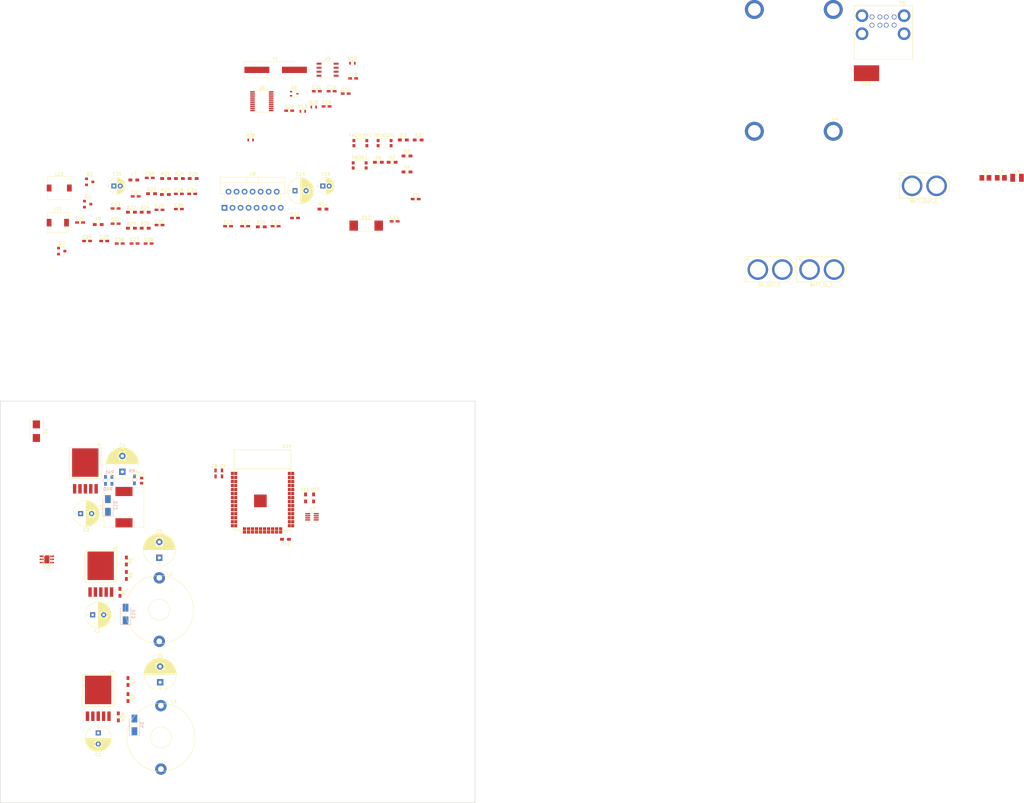
<source format=kicad_pcb>
(kicad_pcb (version 20171130) (host pcbnew 5.0.0-rc2-unknown-7db8812~65~ubuntu18.04.1)
  (layers (0 F.Cu signal) (31 B.Cu signal) (34 B.Paste user) (35 F.Paste user) (36 B.SilkS user) (37 F.SilkS user) (38 B.Mask user) (39 F.Mask user) (44 Edge.Cuts user))
  (net 0 "")
  (net 1 "Net-(D4-Pad1)")
  (net 2 "Net-(D2-Pad1)")
  (net 3 "Net-(D3-Pad1)")
  (net 4 AGND)
  (net 5 "Net-(C12-Pad1)")
  (net 6 "Net-(C13-Pad1)")
  (net 7 "Net-(C15-Pad2)")
  (net 8 "Net-(C16-Pad1)")
  (net 9 "Net-(D5-Pad1)")
  (net 10 "Net-(U8-Pad5)")
  (net 11 "Net-(U8-Pad10)")
  (net 12 "Net-(U8-Pad11)")
  (net 13 /power/5V)
  (net 14 /power/BATTERY)
  (net 15 /environment/3v3)
  (net 16 "Net-(C10-Pad1)")
  (net 17 "/audio amplifier/L_AUDIO_IN")
  (net 18 "/audio amplifier/R_AUDIO_IN")
  (net 19 "Net-(C18-Pad2)")
  (net 20 /canbus/5V)
  (net 21 "Net-(C21-Pad1)")
  (net 22 "Net-(C22-Pad1)")
  (net 23 "Net-(C25-Pad1)")
  (net 24 "Net-(C26-Pad1)")
  (net 25 "/FM Radio/Antenna")
  (net 26 "/FM Radio/3v3")
  (net 27 "Net-(C28-Pad1)")
  (net 28 "Net-(C28-Pad2)")
  (net 29 "Net-(C29-Pad1)")
  (net 30 "Net-(C30-Pad2)")
  (net 31 "Net-(C31-Pad1)")
  (net 32 "Net-(C33-Pad2)")
  (net 33 "Net-(C33-Pad1)")
  (net 34 "Net-(C34-Pad1)")
  (net 35 "Net-(C34-Pad2)")
  (net 36 "Net-(C36-Pad2)")
  (net 37 "/FM Radio/ROUT")
  (net 38 "Net-(C37-Pad2)")
  (net 39 "/FM Radio/LOUT")
  (net 40 /canbus/CAN_H)
  (net 41 /canbus/CAN_L)
  (net 42 "Net-(D12-Pad1)")
  (net 43 "Net-(D13-Pad1)")
  (net 44 "Net-(D14-Pad1)")
  (net 45 /switches/FACTORY)
  (net 46 "Net-(D7-Pad1)")
  (net 47 "Net-(L11-Pad1)")
  (net 48 /switches/PROG)
  (net 49 "Net-(Q1-Pad1)")
  (net 50 "Net-(Q2-Pad2)")
  (net 51 /switches/EN)
  (net 52 /power/8v_feedback)
  (net 53 /environment/BATTERY)
  (net 54 /environment/V_MAIN)
  (net 55 "/audio amplifier/MUTE_AUDIO_AMP")
  (net 56 "/audio amplifier/STBY_AUDIO_AMP")
  (net 57 "Net-(R18-Pad1)")
  (net 58 "/FM Radio/am_passive_ant_en")
  (net 59 "Net-(R22-Pad2)")
  (net 60 "Net-(R24-Pad2)")
  (net 61 "Net-(R27-Pad1)")
  (net 62 "/FM Radio/FM_RADIO_RST")
  (net 63 "/FM Radio/SCL")
  (net 64 "Net-(R28-Pad1)")
  (net 65 "Net-(R29-Pad1)")
  (net 66 "/FM Radio/SDA")
  (net 67 /mainboard-interface/SOFT_POWER)
  (net 68 /power/3v3_feedback)
  (net 69 /canbus/CAN_RESET)
  (net 70 /canbus/CAN_CS)
  (net 71 /canbus/MISO)
  (net 72 /canbus/MOSI)
  (net 73 "Net-(U6-Pad15)")
  (net 74 /canbus/SPI_SCK)
  (net 75 /canbus/CAN_INT)
  (net 76 "Net-(U6-Pad12)")
  (net 77 "Net-(U6-Pad11)")
  (net 78 "Net-(U6-Pad7)")
  (net 79 "Net-(U6-Pad6)")
  (net 80 "Net-(U6-Pad5)")
  (net 81 "Net-(U6-Pad4)")
  (net 82 "Net-(U6-Pad3)")
  (net 83 "Net-(R16-Pad1)")
  (net 84 "Net-(R17-Pad2)")
  (net 85 "/audio amplifier/L_AUDIO_OUT+")
  (net 86 "/audio amplifier/L_AUDIO_OUT-")
  (net 87 "/audio amplifier/R_AUDIO_OUT-")
  (net 88 "/audio amplifier/R_AUDIO_OUT+")
  (net 89 "Net-(U9-Pad5)")
  (net 90 /switches/V_USB)
  (net 91 /switches/RXD)
  (net 92 /switches/TXD)
  (net 93 "Net-(U14-Pad36)")
  (net 94 "Net-(U14-Pad23)")
  (net 95 "Net-(U14-Pad19)")
  (net 96 "Net-(U14-Pad20)")
  (net 97 "Net-(U14-Pad22)")
  (net 98 "Net-(U14-Pad21)")
  (net 99 "Net-(U14-Pad17)")
  (net 100 "Net-(U14-Pad18)")
  (net 101 "Net-(U14-Pad16)")
  (net 102 "Net-(U14-Pad37)")
  (net 103 "Net-(U14-Pad10)")
  (net 104 "Net-(U14-Pad11)")
  (net 105 "Net-(U14-Pad12)")
  (net 106 "Net-(U14-Pad14)")
  (net 107 "Net-(U14-Pad6)")
  (net 108 "Net-(U14-Pad7)")
  (net 109 "Net-(U14-Pad9)")
  (net 110 "Net-(U14-Pad8)")
  (net 111 "Net-(U14-Pad4)")
  (net 112 "Net-(U14-Pad5)")
  (net 113 /power/12v_feedback)
  (net 114 "/audio amplifier/AUDIO_POWER")
  (net 115 /microcontroller/EN_ESP)
  (net 116 /SDA)
  (net 117 /SCL)
  (net 118 /BATTERY)
  (net 119 /V_MAIN)
  (net 120 /3v3)
  (net 121 /MAIN_POWER)
  (net 122 /AUDIO_POWER)
  (net 123 /switches/3v3)
  (net 124 /EN_MAIN)
  (net 125 "Net-(R12-Pad2)")
  (net 126 /mainboard-interface/3v3)
  (net 127 /EN_AUDIO)
  (net 128 /RXD)
  (net 129 /TXD)
  (net 130 /PROG)
  (net 131 /SOFT_POWER)
  (net 132 /STBY_AUDIO_AMP)
  (net 133 /MUTE_AUDIO_AMP)
  (net 134 /FACTORY)
  (module Capacitors_THT:CP_Radial_D8.0mm_P3.50mm (layer F.Cu) (at 101.854 137.922 270)
    (fp_text reference C1 (at 6.858 0) (layer F.SilkS))
    (fp_text value 180uF)
    (pad 1 thru_hole rect (at 0 0 270) (size 1.6 1.6) (drill 0.8) (layers *.Cu *.Mask) (net 118 /BATTERY))
    (pad 2 thru_hole circle (at 3.5 0 270) (size 1.6 1.6) (drill 0.8) (layers *.Cu *.Mask) (net 4 AGND))
  )
  (module Capacitors_THT:CP_Radial_D8.0mm_P3.50mm (layer F.Cu) (at 100.076 100.584)
    (fp_text reference C2 (at 1.524 5.08) (layer F.SilkS))
    (fp_text value 180uF)
    (pad 2 thru_hole circle (at 3.5 0) (size 1.6 1.6) (drill 0.8) (layers *.Cu *.Mask) (net 4 AGND))
    (pad 1 thru_hole rect (at 0 0) (size 1.6 1.6) (drill 0.8) (layers *.Cu *.Mask) (net 119 /V_MAIN))
  )
  (module Capacitors_THT:CP_Radial_D8.0mm_P3.50mm (layer F.Cu) (at 96.266 68.58)
    (fp_text reference C3 (at 1.75 5.08) (layer F.SilkS))
    (fp_text value 180uF)
    (pad 2 thru_hole circle (at 3.5 0) (size 1.6 1.6) (drill 0.8) (layers *.Cu *.Mask) (net 4 AGND))
    (pad 1 thru_hole rect (at 0 0) (size 1.6 1.6) (drill 0.8) (layers *.Cu *.Mask) (net 118 /BATTERY))
  )
  (module Capacitors_THT:CP_Radial_D10.0mm_P5.00mm (layer F.Cu) (at 109.474 55.372 90)
    (fp_text reference C4 (at 8.382 0 180) (layer F.SilkS))
    (fp_text value 1000uF)
    (pad 2 thru_hole circle (at 5 0 90) (size 2 2) (drill 1) (layers *.Cu *.Mask) (net 4 AGND))
    (pad 1 thru_hole rect (at 0 0 90) (size 2 2) (drill 1) (layers *.Cu *.Mask) (net 120 /3v3))
  )
  (module Capacitors_THT:CP_Radial_D10.0mm_P5.00mm (layer F.Cu) (at 121.158 82.55 90)
    (fp_text reference C5 (at 8.382 0 180) (layer F.SilkS))
    (fp_text value 1000uF)
    (pad 2 thru_hole circle (at 5 0 90) (size 2 2) (drill 1) (layers *.Cu *.Mask) (net 4 AGND))
    (pad 1 thru_hole rect (at 0 0 90) (size 2 2) (drill 1) (layers *.Cu *.Mask) (net 121 /MAIN_POWER))
  )
  (module Capacitors_THT:CP_Radial_D10.0mm_P5.00mm (layer F.Cu) (at 121.412 121.92 90)
    (fp_text reference C6 (at 8.382 0 180) (layer F.SilkS))
    (fp_text value 1000uF)
    (pad 1 thru_hole rect (at 0 0 90) (size 2 2) (drill 1) (layers *.Cu *.Mask) (net 122 /AUDIO_POWER))
    (pad 2 thru_hole circle (at 5 0 90) (size 2 2) (drill 1) (layers *.Cu *.Mask) (net 4 AGND))
  )
  (module Capacitors_SMD:C_0603_HandSoldering (layer F.Cu) (at 140.97 55.88 90)
    (fp_text reference C7 (at 2.286 0.254 180) (layer F.SilkS))
    (fp_text value C_10uF)
    (pad 2 smd rect (at 0.95 0 90) (size 1.2 0.75) (layers F.Cu F.Paste F.Mask) (net 4 AGND))
    (pad 1 smd rect (at -0.95 0 90) (size 1.2 0.75) (layers F.Cu F.Paste F.Mask) (net 120 /3v3))
  )
  (module Capacitors_SMD:C_0603_HandSoldering (layer F.Cu) (at 138.938 55.88 90)
    (fp_text reference C8 (at 2.413 -0.381 180) (layer F.SilkS))
    (fp_text value C_1uF)
    (pad 1 smd rect (at -0.95 0 90) (size 1.2 0.75) (layers F.Cu F.Paste F.Mask) (net 120 /3v3))
    (pad 2 smd rect (at 0.95 0 90) (size 1.2 0.75) (layers F.Cu F.Paste F.Mask) (net 4 AGND))
  )
  (module Capacitors_SMD:C_0603_HandSoldering (layer F.Cu) (at 202.207381 -30.8525)
    (fp_text reference C9 (at 0 -1.25) (layer F.SilkS))
    (fp_text value C_0.1uF)
    (pad 1 smd rect (at -0.95 0) (size 1.2 0.75) (layers F.Cu F.Paste F.Mask) (net 15 /environment/3v3))
    (pad 2 smd rect (at 0.95 0) (size 1.2 0.75) (layers F.Cu F.Paste F.Mask) (net 4 AGND))
  )
  (module Capacitors_SMD:C_0603_HandSoldering (layer F.Cu) (at 175.628333 -64.9425)
    (fp_text reference C10 (at 0 -1.25) (layer F.SilkS))
    (fp_text value 22pF)
    (pad 2 smd rect (at 0.95 0) (size 1.2 0.75) (layers F.Cu F.Paste F.Mask) (net 4 AGND))
    (pad 1 smd rect (at -0.95 0) (size 1.2 0.75) (layers F.Cu F.Paste F.Mask) (net 16 "Net-(C10-Pad1)"))
  )
  (module Capacitors_SMD:C_0603_HandSoldering (layer F.Cu) (at 195.557381 -23.8025)
    (fp_text reference C11 (at 0 -1.25) (layer F.SilkS))
    (fp_text value C_0.1uF)
    (pad 2 smd rect (at 0.95 0) (size 1.2 0.75) (layers F.Cu F.Paste F.Mask) (net 15 /environment/3v3))
    (pad 1 smd rect (at -0.95 0) (size 1.2 0.75) (layers F.Cu F.Paste F.Mask) (net 4 AGND))
  )
  (module Capacitors_SMD:C_0603_HandSoldering (layer F.Cu) (at 164.052619 -24.8725)
    (fp_text reference C12 (at 0 -1.25) (layer F.SilkS))
    (fp_text value 0.22uF)
    (pad 1 smd rect (at -0.95 0) (size 1.2 0.75) (layers F.Cu F.Paste F.Mask) (net 5 "Net-(C12-Pad1)"))
    (pad 2 smd rect (at 0.95 0) (size 1.2 0.75) (layers F.Cu F.Paste F.Mask) (net 17 "/audio amplifier/L_AUDIO_IN"))
  )
  (module Capacitors_SMD:C_0603_HandSoldering (layer F.Cu) (at 142.892619 -22.2725)
    (fp_text reference C13 (at 0 -1.25) (layer F.SilkS))
    (fp_text value 0.22uF)
    (pad 2 smd rect (at 0.95 0) (size 1.2 0.75) (layers F.Cu F.Paste F.Mask) (net 18 "/audio amplifier/R_AUDIO_IN"))
    (pad 1 smd rect (at -0.95 0) (size 1.2 0.75) (layers F.Cu F.Paste F.Mask) (net 6 "Net-(C13-Pad1)"))
  )
  (module Capacitors_THT:CP_Radial_D8.0mm_P3.50mm (layer F.Cu) (at 164.055001 -33.4825)
    (fp_text reference C14 (at 1.75 -5.31) (layer F.SilkS))
    (fp_text value 470uF)
    (pad 1 thru_hole rect (at 0 0) (size 1.6 1.6) (drill 0.8) (layers *.Cu *.Mask) (net 114 "/audio amplifier/AUDIO_POWER"))
    (pad 2 thru_hole circle (at 3.5 0) (size 1.6 1.6) (drill 0.8) (layers *.Cu *.Mask) (net 4 AGND))
  )
  (module Capacitors_SMD:C_0603_HandSoldering (layer F.Cu) (at 157.915001 -22.2725)
    (fp_text reference C15 (at 0 -1.25) (layer F.SilkS))
    (fp_text value 1uF)
    (pad 1 smd rect (at -0.95 0) (size 1.2 0.75) (layers F.Cu F.Paste F.Mask) (net 4 AGND))
    (pad 2 smd rect (at 0.95 0) (size 1.2 0.75) (layers F.Cu F.Paste F.Mask) (net 7 "Net-(C15-Pad2)"))
  )
  (module Capacitors_THT:CP_Radial_D5.0mm_P2.00mm (layer F.Cu) (at 172.840001 -34.9825)
    (fp_text reference C16 (at 1 -3.81) (layer F.SilkS))
    (fp_text value 10uF)
    (pad 2 thru_hole circle (at 2 0) (size 1.6 1.6) (drill 0.8) (layers *.Cu *.Mask) (net 4 AGND))
    (pad 1 thru_hole rect (at 0 0) (size 1.6 1.6) (drill 0.8) (layers *.Cu *.Mask) (net 8 "Net-(C16-Pad1)"))
  )
  (module Capacitors_SMD:C_0603_HandSoldering (layer F.Cu) (at 148.294524 -22.2725)
    (fp_text reference C17 (at 0 -1.25) (layer F.SilkS))
    (fp_text value 100nF)
    (pad 2 smd rect (at 0.95 0) (size 1.2 0.75) (layers F.Cu F.Paste F.Mask) (net 4 AGND))
    (pad 1 smd rect (at -0.95 0) (size 1.2 0.75) (layers F.Cu F.Paste F.Mask) (net 114 "/audio amplifier/AUDIO_POWER"))
  )
  (module Capacitors_SMD:C_0603_HandSoldering (layer F.Cu) (at 182.438333 -68.9925)
    (fp_text reference C18 (at 0 -1.25) (layer F.SilkS))
    (fp_text value 22pF)
    (pad 2 smd rect (at 0.95 0) (size 1.2 0.75) (layers F.Cu F.Paste F.Mask) (net 19 "Net-(C18-Pad2)"))
    (pad 1 smd rect (at -0.95 0) (size 1.2 0.75) (layers F.Cu F.Paste F.Mask) (net 4 AGND))
  )
  (module Capacitors_SMD:C_0603_HandSoldering (layer F.Cu) (at 174.036428 -60.1425)
    (fp_text reference C19 (at 0 -1.25) (layer F.SilkS))
    (fp_text value 0.1uF)
    (pad 2 smd rect (at 0.95 0) (size 1.2 0.75) (layers F.Cu F.Paste F.Mask) (net 4 AGND))
    (pad 1 smd rect (at -0.95 0) (size 1.2 0.75) (layers F.Cu F.Paste F.Mask) (net 20 /canbus/5V))
  )
  (module Capacitors_SMD:C_0603_HandSoldering (layer F.Cu) (at 180.076428 -64.1925)
    (fp_text reference C20 (at 0 -1.25) (layer F.SilkS))
    (fp_text value 0.1uF)
    (pad 2 smd rect (at 0.95 0) (size 1.2 0.75) (layers F.Cu F.Paste F.Mask) (net 4 AGND))
    (pad 1 smd rect (at -0.95 0) (size 1.2 0.75) (layers F.Cu F.Paste F.Mask) (net 20 /canbus/5V))
  )
  (module Capacitors_SMD:C_0603_HandSoldering (layer F.Cu) (at 170.944524 -64.9425)
    (fp_text reference C21 (at 0 -1.25) (layer F.SilkS))
    (fp_text value 560pF)
    (pad 1 smd rect (at -0.95 0) (size 1.2 0.75) (layers F.Cu F.Paste F.Mask) (net 21 "Net-(C21-Pad1)"))
    (pad 2 smd rect (at 0.95 0) (size 1.2 0.75) (layers F.Cu F.Paste F.Mask) (net 4 AGND))
  )
  (module Capacitors_SMD:C_0603_HandSoldering (layer F.Cu) (at 162.214524 -58.7925)
    (fp_text reference C22 (at 0 -1.25) (layer F.SilkS))
    (fp_text value 560pF)
    (pad 2 smd rect (at 0.95 0) (size 1.2 0.75) (layers F.Cu F.Paste F.Mask) (net 4 AGND))
    (pad 1 smd rect (at -0.95 0) (size 1.2 0.75) (layers F.Cu F.Paste F.Mask) (net 22 "Net-(C22-Pad1)"))
  )
  (module Capacitors_SMD:C_0603_HandSoldering (layer F.Cu) (at 121.216428 -27.4425)
    (fp_text reference C25 (at 0 -1.25) (layer F.SilkS))
    (fp_text value 3.9pF)
    (pad 1 smd rect (at -0.95 0) (size 1.2 0.75) (layers F.Cu F.Paste F.Mask) (net 23 "Net-(C25-Pad1)"))
    (pad 2 smd rect (at 0.95 0) (size 1.2 0.75) (layers F.Cu F.Paste F.Mask) (net 4 AGND))
  )
  (module Capacitors_SMD:C_0603_HandSoldering (layer F.Cu) (at 127.338333 -32.4925)
    (fp_text reference C26 (at 0 -1.25) (layer F.SilkS))
    (fp_text value 18pF)
    (pad 1 smd rect (at -0.95 0) (size 1.2 0.75) (layers F.Cu F.Paste F.Mask) (net 24 "Net-(C26-Pad1)"))
    (pad 2 smd rect (at 0.95 0) (size 1.2 0.75) (layers F.Cu F.Paste F.Mask) (net 25 "/FM Radio/Antenna"))
  )
  (module Capacitors_SMD:C_0603_HandSoldering (layer F.Cu) (at 113.326428 -16.7925)
    (fp_text reference C27 (at 0 -1.25) (layer F.SilkS))
    (fp_text value 0.1uF)
    (pad 1 smd rect (at -0.95 0) (size 1.2 0.75) (layers F.Cu F.Paste F.Mask) (net 4 AGND))
    (pad 2 smd rect (at 0.95 0) (size 1.2 0.75) (layers F.Cu F.Paste F.Mask) (net 26 "/FM Radio/3v3"))
  )
  (module Capacitors_SMD:C_0603_HandSoldering (layer F.Cu) (at 103.714524 -17.5925)
    (fp_text reference C28 (at 0 -1.25) (layer F.SilkS))
    (fp_text value 270pF)
    (pad 1 smd rect (at -0.95 0) (size 1.2 0.75) (layers F.Cu F.Paste F.Mask) (net 27 "Net-(C28-Pad1)"))
    (pad 2 smd rect (at 0.95 0) (size 1.2 0.75) (layers F.Cu F.Paste F.Mask) (net 28 "Net-(C28-Pad2)"))
  )
  (module Capacitors_SMD:C_0603_HandSoldering (layer F.Cu) (at 96.100714 -23.4425)
    (fp_text reference C29 (at 0 -1.25) (layer F.SilkS))
    (fp_text value 1200pF)
    (pad 2 smd rect (at 0.95 0) (size 1.2 0.75) (layers F.Cu F.Paste F.Mask) (net 27 "Net-(C28-Pad1)"))
    (pad 1 smd rect (at -0.95 0) (size 1.2 0.75) (layers F.Cu F.Paste F.Mask) (net 29 "Net-(C29-Pad1)"))
  )
  (module Capacitors_SMD:C_0603_HandSoldering (layer F.Cu) (at 118.142619 -37.5425)
    (fp_text reference C30 (at 0 -1.25) (layer F.SilkS))
    (fp_text value 0.47uF)
    (pad 2 smd rect (at 0.95 0) (size 1.2 0.75) (layers F.Cu F.Paste F.Mask) (net 30 "Net-(C30-Pad2)"))
    (pad 1 smd rect (at -0.95 0) (size 1.2 0.75) (layers F.Cu F.Paste F.Mask) (net 4 AGND))
  )
  (module Capacitors_THT:CP_Radial_D5.0mm_P2.00mm (layer F.Cu) (at 106.800001 -34.9825)
    (fp_text reference C31 (at 1 -3.81) (layer F.SilkS))
    (fp_text value 100uF)
    (pad 1 thru_hole rect (at 0 0) (size 1.6 1.6) (drill 0.8) (layers *.Cu *.Mask) (net 31 "Net-(C31-Pad1)"))
    (pad 2 thru_hole circle (at 2 0) (size 1.6 1.6) (drill 0.8) (layers *.Cu *.Mask) (net 4 AGND))
  )
  (module Capacitors_SMD:C_0603_HandSoldering (layer F.Cu) (at 113.692619 -31.6925)
    (fp_text reference C32 (at 0 -1.25) (layer F.SilkS))
    (fp_text value 0.47uF)
    (pad 1 smd rect (at -0.95 0) (size 1.2 0.75) (layers F.Cu F.Paste F.Mask) (net 31 "Net-(C31-Pad1)"))
    (pad 2 smd rect (at 0.95 0) (size 1.2 0.75) (layers F.Cu F.Paste F.Mask) (net 4 AGND))
  )
  (module Capacitors_SMD:C_0603_HandSoldering (layer F.Cu) (at 107.332619 -27.8725)
    (fp_text reference C33 (at 0 -1.25) (layer F.SilkS))
    (fp_text value 0.47uF)
    (pad 2 smd rect (at 0.95 0) (size 1.2 0.75) (layers F.Cu F.Paste F.Mask) (net 32 "Net-(C33-Pad2)"))
    (pad 1 smd rect (at -0.95 0) (size 1.2 0.75) (layers F.Cu F.Paste F.Mask) (net 33 "Net-(C33-Pad1)"))
  )
  (module Capacitors_SMD:C_0603_HandSoldering (layer F.Cu) (at 131.548333 -32.4925)
    (fp_text reference C34 (at 0 -1.25) (layer F.SilkS))
    (fp_text value 18nF)
    (pad 1 smd rect (at -0.95 0) (size 1.2 0.75) (layers F.Cu F.Paste F.Mask) (net 34 "Net-(C34-Pad1)"))
    (pad 2 smd rect (at 0.95 0) (size 1.2 0.75) (layers F.Cu F.Paste F.Mask) (net 35 "Net-(C34-Pad2)"))
  )
  (module Capacitors_SMD:C_0603_HandSoldering (layer F.Cu) (at 127.338333 -27.6925)
    (fp_text reference C35 (at 0 -1.25) (layer F.SilkS))
    (fp_text value 22nF)
    (pad 1 smd rect (at -0.95 0) (size 1.2 0.75) (layers F.Cu F.Paste F.Mask) (net 4 AGND))
    (pad 2 smd rect (at 0.95 0) (size 1.2 0.75) (layers F.Cu F.Paste F.Mask) (net 26 "/FM Radio/3v3"))
  )
  (module Capacitors_SMD:C_0603_HandSoldering (layer F.Cu) (at 98.312619 -17.5925)
    (fp_text reference C36 (at 0 -1.25) (layer F.SilkS))
    (fp_text value 0.39uF)
    (pad 2 smd rect (at 0.95 0) (size 1.2 0.75) (layers F.Cu F.Paste F.Mask) (net 36 "Net-(C36-Pad2)"))
    (pad 1 smd rect (at -0.95 0) (size 1.2 0.75) (layers F.Cu F.Paste F.Mask) (net 37 "/FM Radio/ROUT"))
  )
  (module Capacitors_SMD:C_0603_HandSoldering (layer F.Cu) (at 107.332619 -23.0725)
    (fp_text reference C37 (at 0 -1.25) (layer F.SilkS))
    (fp_text value 0.39uF)
    (pad 2 smd rect (at 0.95 0) (size 1.2 0.75) (layers F.Cu F.Paste F.Mask) (net 38 "Net-(C37-Pad2)"))
    (pad 1 smd rect (at -0.95 0) (size 1.2 0.75) (layers F.Cu F.Paste F.Mask) (net 39 "/FM Radio/LOUT"))
  )
  (module Capacitors_SMD:C_0603_HandSoldering (layer F.Cu) (at 108.636428 -16.7925)
    (fp_text reference C38 (at 0 -1.25) (layer F.SilkS))
    (fp_text value 0.1uF)
    (pad 1 smd rect (at -0.95 0) (size 1.2 0.75) (layers F.Cu F.Paste F.Mask) (net 4 AGND))
    (pad 2 smd rect (at 0.95 0) (size 1.2 0.75) (layers F.Cu F.Paste F.Mask) (net 26 "/FM Radio/3v3"))
  )
  (module Capacitors_SMD:C_0603_HandSoldering (layer F.Cu) (at 117.778333 -16.7925)
    (fp_text reference C39 (at 0 -1.25) (layer F.SilkS))
    (fp_text value 22nF)
    (pad 1 smd rect (at -0.95 0) (size 1.2 0.75) (layers F.Cu F.Paste F.Mask) (net 4 AGND))
    (pad 2 smd rect (at 0.95 0) (size 1.2 0.75) (layers F.Cu F.Paste F.Mask) (net 26 "/FM Radio/3v3"))
  )
  (module Capacitors_SMD:C_0603_HandSoldering (layer F.Cu) (at 121.216428 -22.6425)
    (fp_text reference C40 (at 0 -1.25) (layer F.SilkS))
    (fp_text value 0.1uF)
    (pad 2 smd rect (at 0.95 0) (size 1.2 0.75) (layers F.Cu F.Paste F.Mask) (net 26 "/FM Radio/3v3"))
    (pad 1 smd rect (at -0.95 0) (size 1.2 0.75) (layers F.Cu F.Paste F.Mask) (net 4 AGND))
  )
  (module Diodes_SMD:D_SMB (layer F.Cu) (at 82.296 42.536 270)
    (fp_text reference D1 (at 0 -3 270) (layer F.SilkS))
    (fp_text value "26V Zener")
    (pad 2 smd rect (at 2.15 0 270) (size 2.5 2.3) (layers F.Cu F.Paste F.Mask) (net 4 AGND))
    (pad 1 smd rect (at -2.15 0 270) (size 2.5 2.3) (layers F.Cu F.Paste F.Mask) (net 118 /BATTERY))
  )
  (module LEDs:LED_0603_HandSoldering (layer F.Cu) (at 194.765001 -42.4825)
    (fp_text reference D2 (at 0 -1.45) (layer F.SilkS))
    (fp_text value LED)
    (pad 1 smd rect (at -1.1 0) (size 1.2 0.9) (layers F.Cu F.Paste F.Mask) (net 2 "Net-(D2-Pad1)"))
    (pad 2 smd rect (at 1.1 0) (size 1.2 0.9) (layers F.Cu F.Paste F.Mask) (net 123 /switches/3v3))
  )
  (module LEDs:LED_0603_HandSoldering (layer F.Cu) (at 198.285001 -49.5325)
    (fp_text reference D3 (at 0 -1.45) (layer F.SilkS))
    (fp_text value LED)
    (pad 1 smd rect (at -1.1 0) (size 1.2 0.9) (layers F.Cu F.Paste F.Mask) (net 3 "Net-(D3-Pad1)"))
    (pad 2 smd rect (at 1.1 0) (size 1.2 0.9) (layers F.Cu F.Paste F.Mask) (net 123 /switches/3v3))
  )
  (module Diodes_SMD:D_SMA (layer B.Cu) (at 113.284 135.382 90)
    (fp_text reference D4 (at 0 2.5 90) (layer B.SilkS) (effects (justify mirror)))
    (fp_text value D_Schottky)
    (pad 2 smd rect (at 2 0 90) (size 2.5 1.8) (layers B.Cu B.Paste B.Mask) (net 4 AGND))
    (pad 1 smd rect (at -2 0 90) (size 2.5 1.8) (layers B.Cu B.Paste B.Mask) (net 1 "Net-(D4-Pad1)"))
  )
  (module LEDs:LED_0603_HandSoldering (layer F.Cu) (at 190.405001 -42.4825)
    (fp_text reference D5 (at 0 -1.45) (layer F.SilkS))
    (fp_text value LED)
    (pad 2 smd rect (at 1.1 0) (size 1.2 0.9) (layers F.Cu F.Paste F.Mask) (net 123 /switches/3v3))
    (pad 1 smd rect (at -1.1 0) (size 1.2 0.9) (layers F.Cu F.Paste F.Mask) (net 9 "Net-(D5-Pad1)"))
  )
  (module TO_SOT_Packages_SMD:SOT-323_SC-70 (layer F.Cu) (at 163.812143 -64.1425)
    (fp_text reference D6 (at -0.05 -1.95) (layer F.SilkS))
    (fp_text value PESD1CAN)
    (pad 3 smd rect (at 1 0 270) (size 0.45 0.7) (layers F.Cu F.Paste F.Mask) (net 4 AGND))
    (pad 2 smd rect (at -1 0.65 270) (size 0.45 0.7) (layers F.Cu F.Paste F.Mask) (net 40 /canbus/CAN_H))
    (pad 1 smd rect (at -1 -0.65 270) (size 0.45 0.7) (layers F.Cu F.Paste F.Mask) (net 41 /canbus/CAN_L))
  )
  (module Diodes_SMD:D_SMA (layer B.Cu) (at 104.902 66.008 90)
    (fp_text reference D12 (at 0 2.5 90) (layer B.SilkS) (effects (justify mirror)))
    (fp_text value D_Schottky)
    (pad 2 smd rect (at 2 0 90) (size 2.5 1.8) (layers B.Cu B.Paste B.Mask) (net 4 AGND))
    (pad 1 smd rect (at -2 0 90) (size 2.5 1.8) (layers B.Cu B.Paste B.Mask) (net 42 "Net-(D12-Pad1)"))
  )
  (module Diodes_SMD:D_SMA (layer B.Cu) (at 110.49 100.33 90)
    (fp_text reference D13 (at 0 2.5 90) (layer B.SilkS) (effects (justify mirror)))
    (fp_text value D_Schottky)
    (pad 1 smd rect (at -2 0 90) (size 2.5 1.8) (layers B.Cu B.Paste B.Mask) (net 43 "Net-(D13-Pad1)"))
    (pad 2 smd rect (at 2 0 90) (size 2.5 1.8) (layers B.Cu B.Paste B.Mask) (net 4 AGND))
  )
  (module Buttons_Switches_SMD:SW_SPST_KMR2 (layer F.Cu) (at 184.711666 -48.5325)
    (fp_text reference FACTORY1 (at 0 -2.45) (layer F.SilkS))
    (fp_text value SW_PUSH)
    (pad 2 smd rect (at 2.05 0.8) (size 0.9 1) (layers F.Cu F.Paste F.Mask) (net 4 AGND))
    (pad 1 smd rect (at 2.05 -0.8) (size 0.9 1) (layers F.Cu F.Paste F.Mask) (net 45 /switches/FACTORY))
    (pad 2 smd rect (at -2.05 0.8) (size 0.9 1) (layers F.Cu F.Paste F.Mask) (net 4 AGND))
    (pad 1 smd rect (at -2.05 -0.8) (size 0.9 1) (layers F.Cu F.Paste F.Mask) (net 45 /switches/FACTORY))
  )
  (module Inductors_SMD:L_12x12mm_h8mm (layer F.Cu) (at 109.982 66.548 90)
    (fp_text reference L1 (at 0 -7.4 90) (layer F.SilkS))
    (fp_text value 68uH)
    (pad 2 smd rect (at 4.95 0 90) (size 2.9 5.4) (layers F.Cu F.Paste F.Mask) (net 120 /3v3))
    (pad 1 smd rect (at -4.95 0 90) (size 2.9 5.4) (layers F.Cu F.Paste F.Mask) (net 42 "Net-(D12-Pad1)"))
  )
  (module Inductors_SMD:L_0603_HandSoldering (layer F.Cu) (at 113.095001 -36.8925)
    (fp_text reference L7 (at 0 -1.9) (layer F.SilkS))
    (fp_text value 33nH)
    (pad 2 smd rect (at 1.1 0) (size 1.2 0.9) (layers F.Cu F.Paste F.Mask) (net 46 "Net-(D7-Pad1)"))
    (pad 1 smd rect (at -1.1 0) (size 1.2 0.9) (layers F.Cu F.Paste F.Mask) (net 24 "Net-(C26-Pad1)"))
  )
  (module Inductors_SMD:L_0603_HandSoldering (layer F.Cu) (at 101.839762 -22.7925)
    (fp_text reference L8 (at 0 -1.9) (layer F.SilkS))
    (fp_text value 122nH)
    (pad 1 smd rect (at -1.1 0) (size 1.2 0.9) (layers F.Cu F.Paste F.Mask) (net 46 "Net-(D7-Pad1)"))
    (pad 2 smd rect (at 1.1 0) (size 1.2 0.9) (layers F.Cu F.Paste F.Mask) (net 4 AGND))
  )
  (module Inductors_SMD:L_7.3x7.3_H4.5 (layer F.Cu) (at 89.515001 -34.3425)
    (fp_text reference L10 (at 0 -4.45) (layer F.SilkS))
    (fp_text value 1mH)
    (pad 2 smd rect (at 3.2 0) (size 1.5 2.2) (layers F.Cu F.Paste F.Mask) (net 4 AGND))
    (pad 1 smd rect (at -3.2 0) (size 1.5 2.2) (layers F.Cu F.Paste F.Mask) (net 35 "Net-(C34-Pad2)"))
  )
  (module Inductors_SMD:L_6.3x6.3_H3 (layer F.Cu) (at 89.065001 -23.3925)
    (fp_text reference L11 (at 0 -4.45) (layer F.SilkS))
    (fp_text value 33uH)
    (pad 2 smd rect (at 2.75 0) (size 1.5 2.4) (layers F.Cu F.Paste F.Mask) (net 34 "Net-(C34-Pad1)"))
    (pad 1 smd rect (at -2.75 0) (size 1.5 2.4) (layers F.Cu F.Paste F.Mask) (net 47 "Net-(L11-Pad1)"))
  )
  (module Buttons_Switches_SMD:SW_SPST_KMR2 (layer F.Cu) (at 184.497381 -41.4825)
    (fp_text reference PROG1 (at 0 -2.45) (layer F.SilkS))
    (fp_text value SW_PUSH)
    (pad 2 smd rect (at 2.05 0.8) (size 0.9 1) (layers F.Cu F.Paste F.Mask) (net 4 AGND))
    (pad 1 smd rect (at 2.05 -0.8) (size 0.9 1) (layers F.Cu F.Paste F.Mask) (net 48 /switches/PROG))
    (pad 2 smd rect (at -2.05 0.8) (size 0.9 1) (layers F.Cu F.Paste F.Mask) (net 4 AGND))
    (pad 1 smd rect (at -2.05 -0.8) (size 0.9 1) (layers F.Cu F.Paste F.Mask) (net 48 /switches/PROG))
  )
  (module TO_SOT_Packages_SMD:SOT-23 (layer F.Cu) (at 98.500714 -29.2425)
    (fp_text reference Q1 (at 0 -2.5) (layer F.SilkS))
    (fp_text value Q_NPN_BEC)
    (pad 3 smd rect (at 1 0) (size 0.9 0.8) (layers F.Cu F.Paste F.Mask) (net 29 "Net-(C29-Pad1)"))
    (pad 2 smd rect (at -1 0.95) (size 0.9 0.8) (layers F.Cu F.Paste F.Mask) (net 4 AGND))
    (pad 1 smd rect (at -1 -0.95) (size 0.9 0.8) (layers F.Cu F.Paste F.Mask) (net 49 "Net-(Q1-Pad1)"))
  )
  (module TO_SOT_Packages_SMD:SOT-23 (layer F.Cu) (at 99.143571 -36.2925)
    (fp_text reference Q2 (at 0 -2.5) (layer F.SilkS))
    (fp_text value Q_NJFET_DGS)
    (pad 3 smd rect (at 1 0) (size 0.9 0.8) (layers F.Cu F.Paste F.Mask) (net 30 "Net-(C30-Pad2)"))
    (pad 2 smd rect (at -1 0.95) (size 0.9 0.8) (layers F.Cu F.Paste F.Mask) (net 50 "Net-(Q2-Pad2)"))
    (pad 1 smd rect (at -1 -0.95) (size 0.9 0.8) (layers F.Cu F.Paste F.Mask) (net 33 "Net-(C33-Pad1)"))
  )
  (module TO_SOT_Packages_SMD:SOT-23 (layer F.Cu) (at 90.293571 -14.3925)
    (fp_text reference Q3 (at 0 -2.5) (layer F.SilkS))
    (fp_text value Q_NJFET_DGS)
    (pad 1 smd rect (at -1 -0.95) (size 0.9 0.8) (layers F.Cu F.Paste F.Mask) (net 50 "Net-(Q2-Pad2)"))
    (pad 2 smd rect (at -1 0.95) (size 0.9 0.8) (layers F.Cu F.Paste F.Mask) (net 35 "Net-(C34-Pad2)"))
    (pad 3 smd rect (at 1 0) (size 0.9 0.8) (layers F.Cu F.Paste F.Mask) (net 27 "Net-(C28-Pad1)"))
  )
  (module Resistors_SMD:R_0603_HandSoldering (layer F.Cu) (at 108.712 93.472 270)
    (fp_text reference R1 (at 0 -1.45 270) (layer F.SilkS))
    (fp_text value R_10k)
    (pad 2 smd rect (at 1.1 0 270) (size 1.2 0.9) (layers F.Cu F.Paste F.Mask) (net 124 /EN_MAIN))
    (pad 1 smd rect (at -1.1 0 270) (size 1.2 0.9) (layers F.Cu F.Paste F.Mask) (net 120 /3v3))
  )
  (module Resistors_SMD:R_0603_HandSoldering (layer F.Cu) (at 202.973095 -49.5325)
    (fp_text reference R2 (at 0 -1.45) (layer F.SilkS))
    (fp_text value R_10k)
    (pad 2 smd rect (at 1.1 0) (size 1.2 0.9) (layers F.Cu F.Paste F.Mask) (net 45 /switches/FACTORY))
    (pad 1 smd rect (at -1.1 0) (size 1.2 0.9) (layers F.Cu F.Paste F.Mask) (net 2 "Net-(D2-Pad1)"))
  )
  (module Resistors_SMD:R_0603_HandSoldering (layer F.Cu) (at 199.453095 -44.4825)
    (fp_text reference R3 (at 0 -1.45) (layer F.SilkS))
    (fp_text value R_10k)
    (pad 2 smd rect (at 1.1 0) (size 1.2 0.9) (layers F.Cu F.Paste F.Mask) (net 51 /switches/EN))
    (pad 1 smd rect (at -1.1 0) (size 1.2 0.9) (layers F.Cu F.Paste F.Mask) (net 3 "Net-(D3-Pad1)"))
  )
  (module Resistors_SMD:R_0603_HandSoldering (layer F.Cu) (at 199.453095 -39.4325)
    (fp_text reference R4 (at 0 -1.45) (layer F.SilkS))
    (fp_text value R_10k)
    (pad 2 smd rect (at 1.1 0) (size 1.2 0.9) (layers F.Cu F.Paste F.Mask) (net 48 /switches/PROG))
    (pad 1 smd rect (at -1.1 0) (size 1.2 0.9) (layers F.Cu F.Paste F.Mask) (net 9 "Net-(D5-Pad1)"))
  )
  (module Resistors_SMD:R_0603_HandSoldering (layer F.Cu) (at 110.744 83.566 270)
    (fp_text reference R5 (at 0 -1.45 270) (layer F.SilkS))
    (fp_text value R_8k87)
    (pad 2 smd rect (at 1.1 0 270) (size 1.2 0.9) (layers F.Cu F.Paste F.Mask) (net 113 /power/12v_feedback))
    (pad 1 smd rect (at -1.1 0 270) (size 1.2 0.9) (layers F.Cu F.Paste F.Mask) (net 121 /MAIN_POWER))
  )
  (module Resistors_SMD:R_0603_HandSoldering (layer F.Cu) (at 110.744 88.138 270)
    (fp_text reference R6 (at 0 -1.45 270) (layer F.SilkS))
    (fp_text value R_1k)
    (pad 2 smd rect (at 1.1 0 270) (size 1.2 0.9) (layers F.Cu F.Paste F.Mask) (net 4 AGND))
    (pad 1 smd rect (at -1.1 0 270) (size 1.2 0.9) (layers F.Cu F.Paste F.Mask) (net 113 /power/12v_feedback))
  )
  (module Resistors_SMD:R_0603_HandSoldering (layer F.Cu) (at 111.252 121.666 270)
    (fp_text reference R7 (at 0 -1.45 270) (layer F.SilkS))
    (fp_text value R_7k15)
    (pad 1 smd rect (at -1.1 0 270) (size 1.2 0.9) (layers F.Cu F.Paste F.Mask) (net 122 /AUDIO_POWER))
    (pad 2 smd rect (at 1.1 0 270) (size 1.2 0.9) (layers F.Cu F.Paste F.Mask) (net 52 /power/8v_feedback))
  )
  (module Resistors_SMD:R_0603_HandSoldering (layer F.Cu) (at 111.252 126.746 270)
    (fp_text reference R8 (at 0 -1.45 270) (layer F.SilkS))
    (fp_text value R_1k3)
    (pad 1 smd rect (at -1.1 0 270) (size 1.2 0.9) (layers F.Cu F.Paste F.Mask) (net 52 /power/8v_feedback))
    (pad 2 smd rect (at 1.1 0 270) (size 1.2 0.9) (layers F.Cu F.Paste F.Mask) (net 4 AGND))
  )
  (module Resistors_SMD:R_0603_HandSoldering (layer B.Cu) (at 113.284 57.912 90)
    (fp_text reference R9 (at 2.794 -0.762) (layer B.SilkS) (effects (justify mirror)))
    (fp_text value R_1k4)
    (pad 1 smd rect (at -1.1 0 90) (size 1.2 0.9) (layers B.Cu B.Paste B.Mask) (net 44 "Net-(D14-Pad1)"))
    (pad 2 smd rect (at 1.1 0 90) (size 1.2 0.9) (layers B.Cu B.Paste B.Mask) (net 4 AGND))
  )
  (module Resistors_SMD:R_0603_HandSoldering (layer F.Cu) (at 169.926 63.627 90)
    (fp_text reference R10 (at 2.667 0.508 180) (layer F.SilkS))
    (fp_text value R_10k)
    (pad 2 smd rect (at 1.1 0 90) (size 1.2 0.9) (layers F.Cu F.Paste F.Mask) (net 120 /3v3))
    (pad 1 smd rect (at -1.1 0 90) (size 1.2 0.9) (layers F.Cu F.Paste F.Mask) (net 116 /SDA))
  )
  (module Resistors_SMD:R_0603_HandSoldering (layer F.Cu) (at 167.386 63.627 90)
    (fp_text reference R11 (at 2.667 -0.254 180) (layer F.SilkS))
    (fp_text value R_10k)
    (pad 1 smd rect (at -1.1 0 90) (size 1.2 0.9) (layers F.Cu F.Paste F.Mask) (net 117 /SCL))
    (pad 2 smd rect (at 1.1 0 90) (size 1.2 0.9) (layers F.Cu F.Paste F.Mask) (net 120 /3v3))
  )
  (module Resistors_SMD:R_0603_HandSoldering (layer F.Cu) (at 161.036 76.708 180)
    (fp_text reference R12 (at 0 -1.45 180) (layer F.SilkS))
    (fp_text value R_10k)
    (pad 2 smd rect (at 1.1 0 180) (size 1.2 0.9) (layers F.Cu F.Paste F.Mask) (net 125 "Net-(R12-Pad2)"))
    (pad 1 smd rect (at -1.1 0 180) (size 1.2 0.9) (layers F.Cu F.Paste F.Mask) (net 4 AGND))
  )
  (module Resistors_SMD:R_2512_HandSoldering (layer F.Cu) (at 186.555001 -22.4525)
    (fp_text reference R13 (at 0 -2.6) (layer F.SilkS))
    (fp_text value R_10m)
    (pad 2 smd rect (at 3.95 0) (size 2.7 3.2) (layers F.Cu F.Paste F.Mask) (net 54 /environment/V_MAIN))
    (pad 1 smd rect (at -3.95 0) (size 2.7 3.2) (layers F.Cu F.Paste F.Mask) (net 53 /environment/BATTERY))
  )
  (module Resistors_SMD:R_0603_HandSoldering (layer F.Cu) (at 172.893095 -27.6725)
    (fp_text reference R14 (at 0 -1.45) (layer F.SilkS))
    (fp_text value R_10k)
    (pad 1 smd rect (at -1.1 0) (size 1.2 0.9) (layers F.Cu F.Paste F.Mask) (net 7 "Net-(C15-Pad2)"))
    (pad 2 smd rect (at 1.1 0) (size 1.2 0.9) (layers F.Cu F.Paste F.Mask) (net 55 "/audio amplifier/MUTE_AUDIO_AMP"))
  )
  (module Resistors_SMD:R_0603_HandSoldering (layer F.Cu) (at 153.383095 -22.0725)
    (fp_text reference R15 (at 0 -1.45) (layer F.SilkS))
    (fp_text value R_10k)
    (pad 2 smd rect (at 1.1 0) (size 1.2 0.9) (layers F.Cu F.Paste F.Mask) (net 56 "/audio amplifier/STBY_AUDIO_AMP"))
    (pad 1 smd rect (at -1.1 0) (size 1.2 0.9) (layers F.Cu F.Paste F.Mask) (net 8 "Net-(C16-Pad1)"))
  )
  (module Resistors_SMD:R_0603 (layer F.Cu) (at 182.200238 -73.7925)
    (fp_text reference R18 (at 0 -1.45) (layer F.SilkS))
    (fp_text value 4.7k)
    (pad 2 smd rect (at 0.75 0) (size 0.5 0.9) (layers F.Cu F.Paste F.Mask) (net 4 AGND))
    (pad 1 smd rect (at -0.75 0) (size 0.5 0.9) (layers F.Cu F.Paste F.Mask) (net 57 "Net-(R18-Pad1)"))
  )
  (module Resistors_SMD:R_0603 (layer F.Cu) (at 166.517381 -58.5925)
    (fp_text reference R19 (at 0 -1.45) (layer F.SilkS))
    (fp_text value 100)
    (pad 1 smd rect (at -0.75 0) (size 0.5 0.9) (layers F.Cu F.Paste F.Mask) (net 41 /canbus/CAN_L))
    (pad 2 smd rect (at 0.75 0) (size 0.5 0.9) (layers F.Cu F.Paste F.Mask) (net 21 "Net-(C21-Pad1)"))
  )
  (module Resistors_SMD:R_0603 (layer F.Cu) (at 169.967381 -59.9425)
    (fp_text reference R20 (at 0 -1.45) (layer F.SilkS))
    (fp_text value 100)
    (pad 1 smd rect (at -0.75 0) (size 0.5 0.9) (layers F.Cu F.Paste F.Mask) (net 40 /canbus/CAN_H))
    (pad 2 smd rect (at 0.75 0) (size 0.5 0.9) (layers F.Cu F.Paste F.Mask) (net 22 "Net-(C22-Pad1)"))
  )
  (module Resistors_SMD:R_0603_HandSoldering (layer F.Cu) (at 123.145001 -37.3425)
    (fp_text reference R21 (at 0 -1.45) (layer F.SilkS))
    (fp_text value 4.7k)
    (pad 2 smd rect (at 1.1 0) (size 1.2 0.9) (layers F.Cu F.Paste F.Mask) (net 58 "/FM Radio/am_passive_ant_en"))
    (pad 1 smd rect (at -1.1 0) (size 1.2 0.9) (layers F.Cu F.Paste F.Mask) (net 26 "/FM Radio/3v3"))
  )
  (module Resistors_SMD:R_0603_HandSoldering (layer F.Cu) (at 112.335001 -26.6925)
    (fp_text reference R22 (at 0 -1.45) (layer F.SilkS))
    (fp_text value 249)
    (pad 1 smd rect (at -1.1 0) (size 1.2 0.9) (layers F.Cu F.Paste F.Mask) (net 49 "Net-(Q1-Pad1)"))
    (pad 2 smd rect (at 1.1 0) (size 1.2 0.9) (layers F.Cu F.Paste F.Mask) (net 59 "Net-(R22-Pad2)"))
  )
  (module Resistors_SMD:R_0603_HandSoldering (layer F.Cu) (at 118.695001 -32.5425)
    (fp_text reference R23 (at 0 -1.45) (layer F.SilkS))
    (fp_text value 10M)
    (pad 1 smd rect (at -1.1 0) (size 1.2 0.9) (layers F.Cu F.Paste F.Mask) (net 27 "Net-(C28-Pad1)"))
    (pad 2 smd rect (at 1.1 0) (size 1.2 0.9) (layers F.Cu F.Paste F.Mask) (net 4 AGND))
  )
  (module Resistors_SMD:R_0603_HandSoldering (layer F.Cu) (at 116.695001 -26.6925)
    (fp_text reference R24 (at 0 -1.45) (layer F.SilkS))
    (fp_text value 249)
    (pad 1 smd rect (at -1.1 0) (size 1.2 0.9) (layers F.Cu F.Paste F.Mask) (net 26 "/FM Radio/3v3"))
    (pad 2 smd rect (at 1.1 0) (size 1.2 0.9) (layers F.Cu F.Paste F.Mask) (net 60 "Net-(R24-Pad2)"))
  )
  (module Resistors_SMD:R_0603_HandSoldering (layer F.Cu) (at 131.865001 -37.3425)
    (fp_text reference R25 (at 0 -1.45) (layer F.SilkS))
    (fp_text value 249)
    (pad 1 smd rect (at -1.1 0) (size 1.2 0.9) (layers F.Cu F.Paste F.Mask) (net 60 "Net-(R24-Pad2)"))
    (pad 2 smd rect (at 1.1 0) (size 1.2 0.9) (layers F.Cu F.Paste F.Mask) (net 4 AGND))
  )
  (module Resistors_SMD:R_0603_HandSoldering (layer F.Cu) (at 116.695001 -21.6425)
    (fp_text reference R26 (at 0 -1.45) (layer F.SilkS))
    (fp_text value 10)
    (pad 1 smd rect (at -1.1 0) (size 1.2 0.9) (layers F.Cu F.Paste F.Mask) (net 31 "Net-(C31-Pad1)"))
    (pad 2 smd rect (at 1.1 0) (size 1.2 0.9) (layers F.Cu F.Paste F.Mask) (net 26 "/FM Radio/3v3"))
  )
  (module Resistors_SMD:R_0603_HandSoldering (layer F.Cu) (at 123.055001 -32.2925)
    (fp_text reference R27 (at 0 -1.45) (layer F.SilkS))
    (fp_text value 2k)
    (pad 2 smd rect (at 1.1 0) (size 1.2 0.9) (layers F.Cu F.Paste F.Mask) (net 62 "/FM Radio/FM_RADIO_RST"))
    (pad 1 smd rect (at -1.1 0) (size 1.2 0.9) (layers F.Cu F.Paste F.Mask) (net 61 "Net-(R27-Pad1)"))
  )
  (module Resistors_SMD:R_0603_HandSoldering (layer F.Cu) (at 127.505001 -37.3425)
    (fp_text reference R28 (at 0 -1.45) (layer F.SilkS))
    (fp_text value 2k)
    (pad 1 smd rect (at -1.1 0) (size 1.2 0.9) (layers F.Cu F.Paste F.Mask) (net 64 "Net-(R28-Pad1)"))
    (pad 2 smd rect (at 1.1 0) (size 1.2 0.9) (layers F.Cu F.Paste F.Mask) (net 63 "/FM Radio/SCL"))
  )
  (module Resistors_SMD:R_0603_HandSoldering (layer F.Cu) (at 112.335001 -21.6425)
    (fp_text reference R29 (at 0 -1.45) (layer F.SilkS))
    (fp_text value 2k)
    (pad 1 smd rect (at -1.1 0) (size 1.2 0.9) (layers F.Cu F.Paste F.Mask) (net 65 "Net-(R29-Pad1)"))
    (pad 2 smd rect (at 1.1 0) (size 1.2 0.9) (layers F.Cu F.Paste F.Mask) (net 66 "/FM Radio/SDA"))
  )
  (module Resistors_SMD:R_0603 (layer F.Cu) (at 150.023095 -49.5325)
    (fp_text reference R38 (at 0 -1.45) (layer F.SilkS))
    (fp_text value R_10k)
    (pad 2 smd rect (at 0.75 0) (size 0.5 0.9) (layers F.Cu F.Paste F.Mask) (net 67 /mainboard-interface/SOFT_POWER))
    (pad 1 smd rect (at -0.75 0) (size 0.5 0.9) (layers F.Cu F.Paste F.Mask) (net 126 /mainboard-interface/3v3))
  )
  (module Resistors_SMD:R_0603_HandSoldering (layer F.Cu) (at 108.204 132.842 270)
    (fp_text reference R39 (at 0 -1.45 270) (layer F.SilkS))
    (fp_text value R_10k)
    (pad 2 smd rect (at 1.1 0 270) (size 1.2 0.9) (layers F.Cu F.Paste F.Mask) (net 127 /EN_AUDIO))
    (pad 1 smd rect (at -1.1 0 270) (size 1.2 0.9) (layers F.Cu F.Paste F.Mask) (net 120 /3v3))
  )
  (module Resistors_SMD:R_0603_HandSoldering (layer B.Cu) (at 104.14 58.082 90)
    (fp_text reference R40 (at -2.794 0.762) (layer B.SilkS) (effects (justify mirror)))
    (fp_text value R_3k92)
    (pad 1 smd rect (at -1.1 0 90) (size 1.2 0.9) (layers B.Cu B.Paste B.Mask) (net 120 /3v3))
    (pad 2 smd rect (at 1.1 0 90) (size 1.2 0.9) (layers B.Cu B.Paste B.Mask) (net 68 /power/3v3_feedback))
  )
  (module Resistors_SMD:R_0603_HandSoldering (layer B.Cu) (at 106.172 58.082 90)
    (fp_text reference R41 (at 2.54 -0.762) (layer B.SilkS) (effects (justify mirror)))
    (fp_text value R_2k32)
    (pad 2 smd rect (at 1.1 0 90) (size 1.2 0.9) (layers B.Cu B.Paste B.Mask) (net 4 AGND))
    (pad 1 smd rect (at -1.1 0 90) (size 1.2 0.9) (layers B.Cu B.Paste B.Mask) (net 68 /power/3v3_feedback))
  )
  (module Buttons_Switches_SMD:SW_SPST_KMR2 (layer F.Cu) (at 192.377381 -48.5325)
    (fp_text reference REBOOT1 (at 0 -2.45) (layer F.SilkS))
    (fp_text value SW_PUSH)
    (pad 1 smd rect (at -2.05 -0.8) (size 0.9 1) (layers F.Cu F.Paste F.Mask) (net 51 /switches/EN))
    (pad 2 smd rect (at -2.05 0.8) (size 0.9 1) (layers F.Cu F.Paste F.Mask) (net 4 AGND))
    (pad 1 smd rect (at 2.05 -0.8) (size 0.9 1) (layers F.Cu F.Paste F.Mask) (net 51 /switches/EN))
    (pad 2 smd rect (at 2.05 0.8) (size 0.9 1) (layers F.Cu F.Paste F.Mask) (net 4 AGND))
  )
  (module Housings_SSOP:TSSOP-20_4.4x6.5mm_Pitch0.65mm (layer F.Cu) (at 153.570714 -61.7925)
    (fp_text reference U6 (at 0 -4.3) (layer F.SilkS))
    (fp_text value MCP2515-E_ST)
    (pad 20 smd rect (at 2.95 -2.925) (size 1.45 0.45) (layers F.Cu F.Paste F.Mask) (net 20 /canbus/5V))
    (pad 19 smd rect (at 2.95 -2.275) (size 1.45 0.45) (layers F.Cu F.Paste F.Mask) (net 69 /canbus/CAN_RESET))
    (pad 18 smd rect (at 2.95 -1.625) (size 1.45 0.45) (layers F.Cu F.Paste F.Mask) (net 70 /canbus/CAN_CS))
    (pad 17 smd rect (at 2.95 -0.975) (size 1.45 0.45) (layers F.Cu F.Paste F.Mask) (net 71 /canbus/MISO))
    (pad 16 smd rect (at 2.95 -0.325) (size 1.45 0.45) (layers F.Cu F.Paste F.Mask) (net 72 /canbus/MOSI))
    (pad 15 smd rect (at 2.95 0.325) (size 1.45 0.45) (layers F.Cu F.Paste F.Mask) (net 73 "Net-(U6-Pad15)"))
    (pad 14 smd rect (at 2.95 0.975) (size 1.45 0.45) (layers F.Cu F.Paste F.Mask) (net 74 /canbus/SPI_SCK))
    (pad 13 smd rect (at 2.95 1.625) (size 1.45 0.45) (layers F.Cu F.Paste F.Mask) (net 75 /canbus/CAN_INT))
    (pad 12 smd rect (at 2.95 2.275) (size 1.45 0.45) (layers F.Cu F.Paste F.Mask) (net 76 "Net-(U6-Pad12)"))
    (pad 11 smd rect (at 2.95 2.925) (size 1.45 0.45) (layers F.Cu F.Paste F.Mask) (net 77 "Net-(U6-Pad11)"))
    (pad 10 smd rect (at -2.95 2.925) (size 1.45 0.45) (layers F.Cu F.Paste F.Mask) (net 4 AGND))
    (pad 9 smd rect (at -2.95 2.275) (size 1.45 0.45) (layers F.Cu F.Paste F.Mask) (net 19 "Net-(C18-Pad2)"))
    (pad 8 smd rect (at -2.95 1.625) (size 1.45 0.45) (layers F.Cu F.Paste F.Mask) (net 16 "Net-(C10-Pad1)"))
    (pad 7 smd rect (at -2.95 0.975) (size 1.45 0.45) (layers F.Cu F.Paste F.Mask) (net 78 "Net-(U6-Pad7)"))
    (pad 6 smd rect (at -2.95 0.325) (size 1.45 0.45) (layers F.Cu F.Paste F.Mask) (net 79 "Net-(U6-Pad6)"))
    (pad 5 smd rect (at -2.95 -0.325) (size 1.45 0.45) (layers F.Cu F.Paste F.Mask) (net 80 "Net-(U6-Pad5)"))
    (pad 4 smd rect (at -2.95 -0.975) (size 1.45 0.45) (layers F.Cu F.Paste F.Mask) (net 81 "Net-(U6-Pad4)"))
    (pad 3 smd rect (at -2.95 -1.625) (size 1.45 0.45) (layers F.Cu F.Paste F.Mask) (net 82 "Net-(U6-Pad3)"))
    (pad 2 smd rect (at -2.95 -2.275) (size 1.45 0.45) (layers F.Cu F.Paste F.Mask) (net 83 "Net-(R16-Pad1)"))
    (pad 1 smd rect (at -2.95 -2.925) (size 1.45 0.45) (layers F.Cu F.Paste F.Mask) (net 84 "Net-(R17-Pad2)"))
  )
  (module TO_SOT_Packages_SMD:SOT-23-8_Handsoldering (layer F.Cu) (at 169.418 69.596)
    (fp_text reference U7 (at 0 -2.5) (layer F.SilkS))
    (fp_text value Power-Monitor-INA219)
    (pad 8 smd rect (at 1.35 -0.98) (size 1.56 0.4) (layers F.Cu F.Paste F.Mask) (net 4 AGND))
    (pad 7 smd rect (at 1.35 -0.33) (size 1.56 0.4) (layers F.Cu F.Paste F.Mask) (net 15 /environment/3v3))
    (pad 6 smd rect (at 1.35 0.33) (size 1.56 0.4) (layers F.Cu F.Paste F.Mask) (net 116 /SDA))
    (pad 5 smd rect (at 1.35 0.98) (size 1.56 0.4) (layers F.Cu F.Paste F.Mask) (net 117 /SCL))
    (pad 4 smd rect (at -1.35 0.98) (size 1.56 0.4) (layers F.Cu F.Paste F.Mask) (net 15 /environment/3v3))
    (pad 3 smd rect (at -1.35 0.33) (size 1.56 0.4) (layers F.Cu F.Paste F.Mask) (net 4 AGND))
    (pad 2 smd rect (at -1.35 -0.33) (size 1.56 0.4) (layers F.Cu F.Paste F.Mask) (net 54 /environment/V_MAIN))
    (pad 1 smd rect (at -1.35 -0.98) (size 1.56 0.4) (layers F.Cu F.Paste F.Mask) (net 53 /environment/BATTERY))
  )
  (module TO_SOT_Packages_THT:TO-220-15_Vertical_StaggeredType1 (layer F.Cu) (at 141.755001 -28.0925)
    (fp_text reference U8 (at 8.89 -10.7) (layer F.SilkS))
    (fp_text value TDA7297)
    (pad 15 thru_hole oval (at 17.78 0) (size 1.8 1.8) (drill 1) (layers *.Cu *.Mask) (net 88 "/audio amplifier/R_AUDIO_OUT+"))
    (pad 14 thru_hole oval (at 16.51 -5.08) (size 1.8 1.8) (drill 1) (layers *.Cu *.Mask) (net 87 "/audio amplifier/R_AUDIO_OUT-"))
    (pad 13 thru_hole oval (at 15.24 0) (size 1.8 1.8) (drill 1) (layers *.Cu *.Mask) (net 114 "/audio amplifier/AUDIO_POWER"))
    (pad 12 thru_hole oval (at 13.97 -5.08) (size 1.8 1.8) (drill 1) (layers *.Cu *.Mask) (net 6 "Net-(C13-Pad1)"))
    (pad 11 thru_hole oval (at 12.7 0) (size 1.8 1.8) (drill 1) (layers *.Cu *.Mask) (net 12 "Net-(U8-Pad11)"))
    (pad 10 thru_hole oval (at 11.43 -5.08) (size 1.8 1.8) (drill 1) (layers *.Cu *.Mask) (net 11 "Net-(U8-Pad10)"))
    (pad 9 thru_hole oval (at 10.16 0) (size 1.8 1.8) (drill 1) (layers *.Cu *.Mask) (net 4 AGND))
    (pad 8 thru_hole oval (at 8.89 -5.08) (size 1.8 1.8) (drill 1) (layers *.Cu *.Mask) (net 4 AGND))
    (pad 7 thru_hole oval (at 7.62 0) (size 1.8 1.8) (drill 1) (layers *.Cu *.Mask) (net 8 "Net-(C16-Pad1)"))
    (pad 6 thru_hole oval (at 6.35 -5.08) (size 1.8 1.8) (drill 1) (layers *.Cu *.Mask) (net 7 "Net-(C15-Pad2)"))
    (pad 5 thru_hole oval (at 5.08 0) (size 1.8 1.8) (drill 1) (layers *.Cu *.Mask) (net 10 "Net-(U8-Pad5)"))
    (pad 4 thru_hole oval (at 3.81 -5.08) (size 1.8 1.8) (drill 1) (layers *.Cu *.Mask) (net 5 "Net-(C12-Pad1)"))
    (pad 3 thru_hole oval (at 2.54 0) (size 1.8 1.8) (drill 1) (layers *.Cu *.Mask) (net 114 "/audio amplifier/AUDIO_POWER"))
    (pad 2 thru_hole oval (at 1.27 -5.08) (size 1.8 1.8) (drill 1) (layers *.Cu *.Mask) (net 86 "/audio amplifier/L_AUDIO_OUT-"))
    (pad 1 thru_hole rect (at 0 0) (size 1.8 1.8) (drill 1) (layers *.Cu *.Mask) (net 85 "/audio amplifier/L_AUDIO_OUT+"))
  )
  (module Housings_SOIC:SOIC-8_3.9x4.9mm_Pitch1.27mm (layer F.Cu) (at 174.349285 -71.7425)
    (fp_text reference U9 (at 0 -3.5) (layer F.SilkS))
    (fp_text value MCP2551-I_SN)
    (pad 8 smd rect (at 2.7 -1.905) (size 1.55 0.6) (layers F.Cu F.Paste F.Mask) (net 57 "Net-(R18-Pad1)"))
    (pad 7 smd rect (at 2.7 -0.635) (size 1.55 0.6) (layers F.Cu F.Paste F.Mask) (net 40 /canbus/CAN_H))
    (pad 6 smd rect (at 2.7 0.635) (size 1.55 0.6) (layers F.Cu F.Paste F.Mask) (net 41 /canbus/CAN_L))
    (pad 5 smd rect (at 2.7 1.905) (size 1.55 0.6) (layers F.Cu F.Paste F.Mask) (net 89 "Net-(U9-Pad5)"))
    (pad 4 smd rect (at -2.7 1.905) (size 1.55 0.6) (layers F.Cu F.Paste F.Mask) (net 83 "Net-(R16-Pad1)"))
    (pad 3 smd rect (at -2.7 0.635) (size 1.55 0.6) (layers F.Cu F.Paste F.Mask) (net 20 /canbus/5V))
    (pad 2 smd rect (at -2.7 -0.635) (size 1.55 0.6) (layers F.Cu F.Paste F.Mask) (net 4 AGND))
    (pad 1 smd rect (at -2.7 -1.905) (size 1.55 0.6) (layers F.Cu F.Paste F.Mask) (net 84 "Net-(R17-Pad2)"))
  )
  (module Crystals:Crystal_SMD_HC49-SD_HandSoldering (layer F.Cu) (at 157.935001 -71.6925)
    (fp_text reference Y1 (at 0 -3.55) (layer F.SilkS))
    (fp_text value 16MHz)
    (pad 2 smd rect (at 5.9375 0) (size 7.875 2) (layers F.Cu F.Paste F.Mask) (net 19 "Net-(C18-Pad2)"))
    (pad 1 smd rect (at -5.9375 0) (size 7.875 2) (layers F.Cu F.Paste F.Mask) (net 16 "Net-(C10-Pad1)"))
  )
  (module open-automation:XT60 (layer F.Cu) (at 314.245001 -8.5625)
    (fp_text reference 5V_OUT_1 (at -0.17 4.84) (layer F.SilkS))
    (fp_text value CONN_01X02)
    (fp_text user + (at -7.04 -3.35) (layer F.SilkS))
    (pad 1 thru_hole circle (at -3.87 0) (size 6.5 6.5) (drill 5) (layers *.Cu *.Mask) (net 4 AGND))
    (pad 2 thru_hole circle (at 3.88 0) (size 6.5 6.5) (drill 5) (layers *.Cu *.Mask) (net 13 /power/5V))
  )
  (module open-automation:XT60 (layer F.Cu) (at 330.595001 -8.5625)
    (fp_text reference BATT_IN_1 (at -0.17 4.84) (layer F.SilkS))
    (fp_text value CONN_01X02)
    (fp_text user + (at -7.04 -3.35) (layer F.SilkS))
    (pad 2 thru_hole circle (at 3.88 0) (size 6.5 6.5) (drill 5) (layers *.Cu *.Mask) (net 4 AGND))
    (pad 1 thru_hole circle (at -3.87 0) (size 6.5 6.5) (drill 5) (layers *.Cu *.Mask) (net 14 /power/BATTERY))
  )
  (module open-automation:XT60 (layer F.Cu) (at 363.005001 -35.0325)
    (fp_text reference BATT_OUT_1 (at -0.17 4.84) (layer F.SilkS))
    (fp_text value CONN_01X02)
    (fp_text user + (at -7.04 -3.35) (layer F.SilkS))
    (pad 2 thru_hole circle (at 3.88 0) (size 6.5 6.5) (drill 5) (layers *.Cu *.Mask) (net 14 /power/BATTERY))
    (pad 1 thru_hole circle (at -3.87 0) (size 6.5 6.5) (drill 5) (layers *.Cu *.Mask) (net 4 AGND))
  )
  (module open-automation:L_Toroid_Horizontal_D21.8mm_P20.06mm_Bourns_2100 (layer F.Cu) (at 121.158 108.966 90)
    (fp_text reference L2 (at 21.336 3.302 180) (layer F.SilkS))
    (fp_text value 100uH)
    (pad 1 thru_hole circle (at 0 0 90) (size 3.6 3.6) (drill 1.8) (layers *.Cu *.Mask) (net 43 "Net-(D13-Pad1)"))
    (pad 2 thru_hole circle (at 20.06 0 90) (size 3.6 3.6) (drill 1.8) (layers *.Cu *.Mask) (net 121 /MAIN_POWER))
  )
  (module open-automation:L_Toroid_Horizontal_D21.8mm_P20.06mm_Bourns_2100 (layer F.Cu) (at 121.666 149.352 90)
    (fp_text reference L3 (at 21.336 4.064 180) (layer F.SilkS))
    (fp_text value 100uH)
    (pad 2 thru_hole circle (at 20.06 0 90) (size 3.6 3.6) (drill 1.8) (layers *.Cu *.Mask) (net 122 /AUDIO_POWER))
    (pad 1 thru_hole circle (at 0 0 90) (size 3.6 3.6) (drill 1.8) (layers *.Cu *.Mask) (net 1 "Net-(D4-Pad1)"))
  )
  (module open-automation:Coilcraft_0805PS_Handsoldering (layer F.Cu) (at 382.311666 -37.5625)
    (fp_text reference L5 (at 0 -2.1) (layer F.SilkS))
    (fp_text value 6.8uH)
    (pad 1 smd rect (at -0.38 0) (size 1.5 1.78) (drill (offset -0.75 0)) (layers F.Cu F.Paste F.Mask) (net 25 "/FM Radio/Antenna"))
    (pad 2 smd rect (at 0.38 0) (size 1.5 1.78) (drill (offset 0.75 0)) (layers F.Cu F.Paste F.Mask) (net 23 "Net-(C25-Pad1)"))
  )
  (module open-automation:Coilcraft_0805PS_Handsoldering (layer F.Cu) (at 387.191666 -37.5625)
    (fp_text reference L6 (at 0 -2.1) (layer F.SilkS))
    (fp_text value 6.8uH)
    (pad 2 smd rect (at 0.38 0) (size 1.5 1.78) (drill (offset 0.75 0)) (layers F.Cu F.Paste F.Mask) (net 28 "Net-(C28-Pad2)"))
    (pad 1 smd rect (at -0.38 0) (size 1.5 1.78) (drill (offset -0.75 0)) (layers F.Cu F.Paste F.Mask) (net 23 "Net-(C25-Pad1)"))
  )
  (module open-automation:Coilcraft_1008PS_Handsoldering (layer F.Cu) (at 392.309762 -37.5625)
    (fp_text reference L9 (at 0 -2.1) (layer F.SilkS))
    (fp_text value 220uH)
    (pad 1 smd rect (at -0.635 0) (size 1.5 2.54) (drill (offset -0.75 0)) (layers F.Cu F.Paste F.Mask) (net 31 "Net-(C31-Pad1)"))
    (pad 2 smd rect (at 0.635 0) (size 1.5 2.54) (drill (offset 0.75 0)) (layers F.Cu F.Paste F.Mask) (net 33 "Net-(C33-Pad1)"))
  )
  (module open-automation:USB_A_2 (layer F.Cu) (at 345.805001 -79.9725)
    (fp_text reference P5 (at 10.15 -12.9) (layer F.SilkS))
    (fp_text value USB_A_2)
    (pad 7 thru_hole circle (at 10.8 -8.85) (size 4 4) (drill 2.5) (layers *.Cu *.Mask) (net 4 AGND))
    (pad 7 thru_hole circle (at 10.8 -3.15) (size 4 4) (drill 2.5) (layers *.Cu *.Mask) (net 4 AGND))
    (pad 7 thru_hole circle (at -2.5 -8.85) (size 4 4) (drill 2.5) (layers *.Cu *.Mask) (net 4 AGND))
    (pad 7 thru_hole circle (at -2.5 -3.15) (size 4 4) (drill 2.5) (layers *.Cu *.Mask) (net 4 AGND))
    (pad 2 thru_hole circle (at 0.65 -5.85) (size 1.5 1.5) (drill 1.1) (layers *.Cu *.Mask) (net 90 /switches/V_USB))
    (pad 6 thru_hole circle (at 3.15 -5.85) (size 1.5 1.5) (drill 1.1) (layers *.Cu *.Mask) (net 91 /switches/RXD))
    (pad 1 thru_hole circle (at 7.65 -5.85) (size 1.5 1.5) (drill 1.1) (layers *.Cu *.Mask) (net 4 AGND))
    (pad 5 thru_hole circle (at 5.15 -5.85) (size 1.5 1.5) (drill 1.1) (layers *.Cu *.Mask) (net 92 /switches/TXD))
    (pad 1 thru_hole circle (at 7.65 -8.45) (size 1.5 1.5) (drill 1.1) (layers *.Cu *.Mask) (net 4 AGND))
    (pad 3 thru_hole circle (at 5.15 -8.45) (size 1.5 1.5) (drill 1.1) (layers *.Cu *.Mask) (net 92 /switches/TXD))
    (pad 4 thru_hole circle (at 3.15 -8.45) (size 1.5 1.5) (drill 1.1) (layers *.Cu *.Mask) (net 91 /switches/RXD))
    (pad 2 thru_hole circle (at 0.65 -8.45) (size 1.5 1.5) (drill 1.1) (layers *.Cu *.Mask) (net 90 /switches/V_USB))
  )
  (module open-automation:Regulator-LM2576 (layer F.Cu) (at 97.282 54.102 270)
    (fp_text reference U1 (at -7.366 -4.826) (layer F.SilkS) (effects (font (size 0.7 0.7))))
    (fp_text value LM2576-ADJ)
    (pad 5 smd rect (at 6.65 -3.9 270) (size 3 1.07) (layers F.Cu F.Paste F.Mask) (net 4 AGND))
    (pad 4 smd rect (at 6.65 -2.2 270) (size 3 1.07) (layers F.Cu F.Paste F.Mask) (net 68 /power/3v3_feedback))
    (pad 2 smd rect (at 6.65 1.2 270) (size 3 1.07) (layers F.Cu F.Paste F.Mask) (net 42 "Net-(D12-Pad1)"))
    (pad 3 smd rect (at 6.65 -0.5 270) (size 3 1.07) (layers F.Cu F.Paste F.Mask) (net 4 AGND))
    (pad 1 smd rect (at 6.65 2.9 270) (size 3 1.07) (layers F.Cu F.Paste F.Mask) (net 118 /BATTERY))
    (pad 3 smd rect (at -1.65 -0.46 270) (size 9 8.33) (layers F.Cu F.Paste F.Mask) (net 4 AGND))
  )
  (module open-automation:Regulator-LM2576 (layer F.Cu) (at 102.156 86.74 270)
    (fp_text reference U2 (at -7.238 -5.032) (layer F.SilkS) (effects (font (size 0.7 0.7))))
    (fp_text value LM2576-ADJ)
    (pad 3 smd rect (at -1.65 -0.46 270) (size 9 8.33) (layers F.Cu F.Paste F.Mask) (net 4 AGND))
    (pad 1 smd rect (at 6.65 2.9 270) (size 3 1.07) (layers F.Cu F.Paste F.Mask) (net 119 /V_MAIN))
    (pad 3 smd rect (at 6.65 -0.5 270) (size 3 1.07) (layers F.Cu F.Paste F.Mask) (net 4 AGND))
    (pad 2 smd rect (at 6.65 1.2 270) (size 3 1.07) (layers F.Cu F.Paste F.Mask) (net 43 "Net-(D13-Pad1)"))
    (pad 4 smd rect (at 6.65 -2.2 270) (size 3 1.07) (layers F.Cu F.Paste F.Mask) (net 113 /power/12v_feedback))
    (pad 5 smd rect (at 6.65 -3.9 270) (size 3 1.07) (layers F.Cu F.Paste F.Mask) (net 124 /EN_MAIN))
  )
  (module open-automation:Regulator-LM2576 (layer F.Cu) (at 101.346 125.984 270)
    (fp_text reference U3 (at -7.366 -4.826) (layer F.SilkS) (effects (font (size 0.7 0.7))))
    (fp_text value LM2576-ADJ)
    (pad 5 smd rect (at 6.65 -3.9 270) (size 3 1.07) (layers F.Cu F.Paste F.Mask) (net 127 /EN_AUDIO))
    (pad 4 smd rect (at 6.65 -2.2 270) (size 3 1.07) (layers F.Cu F.Paste F.Mask) (net 52 /power/8v_feedback))
    (pad 2 smd rect (at 6.65 1.2 270) (size 3 1.07) (layers F.Cu F.Paste F.Mask) (net 1 "Net-(D4-Pad1)"))
    (pad 3 smd rect (at 6.65 -0.5 270) (size 3 1.07) (layers F.Cu F.Paste F.Mask) (net 4 AGND))
    (pad 1 smd rect (at 6.65 2.9 270) (size 3 1.07) (layers F.Cu F.Paste F.Mask) (net 118 /BATTERY))
    (pad 3 smd rect (at -1.65 -0.46 270) (size 9 8.33) (layers F.Cu F.Paste F.Mask) (net 4 AGND))
  )
  (module open-automation:enclosure-25x38 (layer F.Cu) (at 309.32 -90.83)
    (fp_text reference U4 (at 25.45 34.7) (layer F.SilkS))
    (fp_text value housing-mounts)
    (pad "" np_thru_hole circle (at -0.05 0.05) (size 6 6) (drill 4) (layers *.Cu *.Mask))
    (pad "" np_thru_hole circle (at 24.9 0.05) (size 6 6) (drill 4) (layers *.Cu *.Mask))
    (pad "" np_thru_hole circle (at 24.9 38.55) (size 6 6) (drill 4) (layers *.Cu *.Mask))
    (pad "" np_thru_hole circle (at -0.05 38.55) (size 6 6) (drill 4) (layers *.Cu *.Mask))
  )
  (module open-automation:SI7020-A20 (layer F.Cu) (at 85.628 83.058)
    (fp_text reference U5 (at 0.15 2.37) (layer F.SilkS))
    (fp_text value SI7020-A20)
    (pad 1 smd rect (at -1.68 -1) (size 1.25 0.45) (layers F.Cu F.Paste F.Mask) (net 116 /SDA))
    (pad 2 smd rect (at -1.68 0) (size 1.25 0.45) (layers F.Cu F.Paste F.Mask) (net 4 AGND))
    (pad 3 smd rect (at -1.68 1) (size 1.25 0.45) (layers F.Cu F.Paste F.Mask))
    (pad 5 smd rect (at 1.62 0) (size 1.25 0.45) (layers F.Cu F.Paste F.Mask) (net 15 /environment/3v3))
    (pad 6 smd rect (at 1.62 -1) (size 1.25 0.45) (layers F.Cu F.Paste F.Mask) (net 117 /SCL))
    (pad 4 smd rect (at 1.62 1) (size 1.25 0.45) (layers F.Cu F.Paste F.Mask))
    (pad 2 smd rect (at -0.03 0) (size 1.6 2.5) (layers F.Cu F.Paste F.Mask) (net 4 AGND))
  )
  (module open-automation:touch-pad (layer F.Cu) (at 344.73 -70.6425)
    (fp_text reference U10 (at -0.01 3.31) (layer F.SilkS))
    (fp_text value touchpad)
    (pad 1 smd rect (at 0 0) (size 8 5) (layers F.Cu F.Paste F.Mask) (net 45 /switches/FACTORY))
  )
  (module open-automation:ESP-WROOM-32 (layer F.Cu) (at 144.78 57.15)
    (fp_text reference U14 (at 16.764 -9.906) (layer F.SilkS))
    (fp_text value ESP-WROOM-32)
    (pad 3 smd rect (at 0 1.27) (size 2 1) (layers F.Cu F.Paste F.Mask) (net 115 /microcontroller/EN_ESP))
    (pad 36 smd rect (at 18.034 1.298) (size 2 1) (layers F.Cu F.Paste F.Mask) (net 93 "Net-(U14-Pad36)"))
    (pad 23 smd rect (at 13.462 16.764) (size 1 2) (layers F.Cu F.Paste F.Mask) (net 94 "Net-(U14-Pad23)"))
    (pad 24 smd rect (at 14.732 16.764) (size 1 2) (layers F.Cu F.Paste F.Mask) (net 125 "Net-(R12-Pad2)"))
    (pad 19 smd rect (at 8.382 16.764) (size 1 2) (layers F.Cu F.Paste F.Mask) (net 95 "Net-(U14-Pad19)"))
    (pad 20 smd rect (at 9.652 16.764) (size 1 2) (layers F.Cu F.Paste F.Mask) (net 96 "Net-(U14-Pad20)"))
    (pad 22 smd rect (at 12.192 16.764) (size 1 2) (layers F.Cu F.Paste F.Mask) (net 97 "Net-(U14-Pad22)"))
    (pad 21 smd rect (at 10.922 16.764) (size 1 2) (layers F.Cu F.Paste F.Mask) (net 98 "Net-(U14-Pad21)"))
    (pad 17 smd rect (at 5.842 16.764) (size 1 2) (layers F.Cu F.Paste F.Mask) (net 99 "Net-(U14-Pad17)"))
    (pad 18 smd rect (at 7.112 16.764) (size 1 2) (layers F.Cu F.Paste F.Mask) (net 100 "Net-(U14-Pad18)"))
    (pad 16 smd rect (at 4.572 16.764) (size 1 2) (layers F.Cu F.Paste F.Mask) (net 101 "Net-(U14-Pad16)"))
    (pad 1 smd rect (at 3.302 16.764) (size 1 2) (layers F.Cu F.Paste F.Mask) (net 4 AGND) (clearance 0.1))
    (pad 1 smd rect (at 18.018 -1.25) (size 2 1) (layers F.Cu F.Paste F.Mask) (net 4 AGND) (clearance 0.1))
    (pad 37 smd rect (at 18.034 0.028) (size 2 1) (layers F.Cu F.Paste F.Mask) (net 102 "Net-(U14-Pad37)"))
    (pad 34 smd rect (at 18.034 3.838) (size 2 1) (layers F.Cu F.Paste F.Mask) (net 128 /RXD))
    (pad 35 smd rect (at 18.018 2.56) (size 2 1) (layers F.Cu F.Paste F.Mask) (net 129 /TXD))
    (pad 31 smd rect (at 18.018 7.64) (size 2 1) (layers F.Cu F.Paste F.Mask) (net 116 /SDA))
    (pad 30 smd rect (at 18.034 8.918) (size 2 1) (layers F.Cu F.Paste F.Mask) (net 124 /EN_MAIN))
    (pad 32 smd rect (at 18.034 6.378) (size 2 1) (layers F.Cu F.Paste F.Mask))
    (pad 33 smd rect (at 18.018 5.1) (size 2 1) (layers F.Cu F.Paste F.Mask) (net 117 /SCL))
    (pad 25 smd rect (at 18.018 15.26) (size 2 1) (layers F.Cu F.Paste F.Mask) (net 130 /PROG))
    (pad 27 smd rect (at 18.018 12.72) (size 2 1) (layers F.Cu F.Paste F.Mask) (net 127 /EN_AUDIO))
    (pad 26 smd rect (at 18.034 13.998) (size 2 1) (layers F.Cu F.Paste F.Mask) (net 131 /SOFT_POWER))
    (pad 28 smd rect (at 18.034 11.458) (size 2 1) (layers F.Cu F.Paste F.Mask) (net 132 /STBY_AUDIO_AMP))
    (pad 29 smd rect (at 18.018 10.18) (size 2 1) (layers F.Cu F.Paste F.Mask) (net 133 /MUTE_AUDIO_AMP))
    (pad 10 smd rect (at -0.016 10.18) (size 2 1) (layers F.Cu F.Paste F.Mask) (net 103 "Net-(U14-Pad10)"))
    (pad 11 smd rect (at 0 11.458) (size 2 1) (layers F.Cu F.Paste F.Mask) (net 104 "Net-(U14-Pad11)"))
    (pad 13 smd rect (at 0 13.998) (size 2 1) (layers F.Cu F.Paste F.Mask) (net 134 /FACTORY))
    (pad 12 smd rect (at -0.016 12.72) (size 2 1) (layers F.Cu F.Paste F.Mask) (net 105 "Net-(U14-Pad12)"))
    (pad 14 smd rect (at -0.016 15.26) (size 2 1) (layers F.Cu F.Paste F.Mask) (net 106 "Net-(U14-Pad14)"))
    (pad 6 smd rect (at -0.016 5.1) (size 2 1) (layers F.Cu F.Paste F.Mask) (net 107 "Net-(U14-Pad6)"))
    (pad 7 smd rect (at 0 6.378) (size 2 1) (layers F.Cu F.Paste F.Mask) (net 108 "Net-(U14-Pad7)"))
    (pad 9 smd rect (at 0 8.918) (size 2 1) (layers F.Cu F.Paste F.Mask) (net 109 "Net-(U14-Pad9)"))
    (pad 8 smd rect (at -0.016 7.64) (size 2 1) (layers F.Cu F.Paste F.Mask) (net 110 "Net-(U14-Pad8)"))
    (pad 4 smd rect (at -0.016 2.56) (size 2 1) (layers F.Cu F.Paste F.Mask) (net 111 "Net-(U14-Pad4)"))
    (pad 5 smd rect (at 0 3.838) (size 2 1) (layers F.Cu F.Paste F.Mask) (net 112 "Net-(U14-Pad5)"))
    (pad 2 smd rect (at 0 0) (size 2 1) (layers F.Cu F.Paste F.Mask) (net 120 /3v3))
    (pad 1 smd rect (at 0 -1.27) (size 2 1) (layers F.Cu F.Paste F.Mask) (net 4 AGND) (clearance 0.1))
    (pad 1 smd rect (at 8.32612 7.4168) (size 4 4) (layers F.Cu F.Paste F.Mask) (net 4 AGND))
  )
  (module LED_SMD:LED_0603_1608Metric_Pad0.82x1.00mm_HandSolder (layer F.Cu) (at 115.57 58.166 270)
    (fp_text reference D14 (at -2.324 0.508) (layer F.SilkS))
    (fp_text value LED-0603-G)
    (pad 1 smd rect (at -0.8 0 270) (size 0.82 1) (layers F.Cu F.Paste F.Mask) (net 44 "Net-(D14-Pad1)"))
    (pad 2 smd rect (at 0.8 0 270) (size 0.82 1) (layers F.Cu F.Paste F.Mask) (net 120 /3v3))
  )
  (gr_line (start 70.866 160.02) (end 71.12 160.02) (layer Edge.Cuts) (width 0.15))
  (gr_line (start 70.866 33.02) (end 70.866 160.02) (layer Edge.Cuts) (width 0.15))
  (gr_line (start 220.98 33.02) (end 70.866 33.02) (layer Edge.Cuts) (width 0.15))
  (gr_line (start 220.98 160.02) (end 220.98 33.02) (layer Edge.Cuts) (width 0.15))
  (gr_line (start 71.12 160.02) (end 220.98 160.02) (layer Edge.Cuts) (width 0.15))
)
</source>
